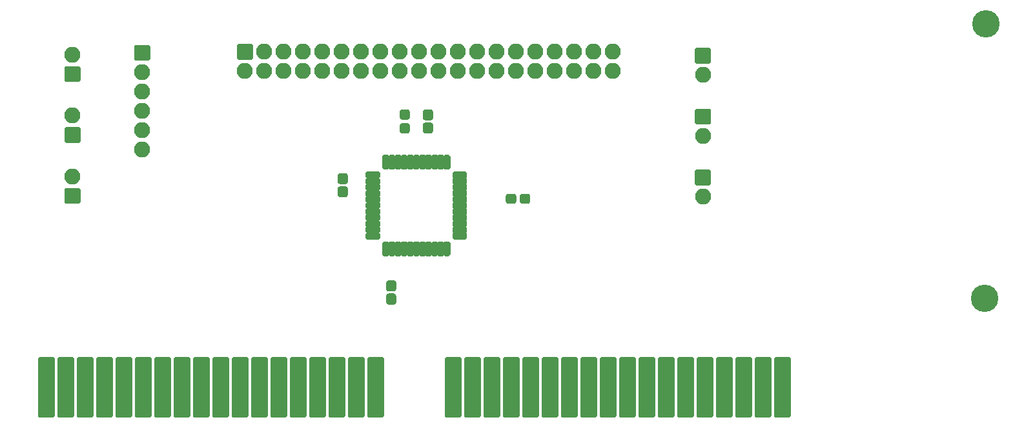
<source format=gbr>
G04 #@! TF.GenerationSoftware,KiCad,Pcbnew,5.1.9-73d0e3b20d~88~ubuntu20.10.1*
G04 #@! TF.CreationDate,2021-04-12T20:34:23+01:00*
G04 #@! TF.ProjectId,videoslotadapter,76696465-6f73-46c6-9f74-616461707465,rev?*
G04 #@! TF.SameCoordinates,Original*
G04 #@! TF.FileFunction,Soldermask,Top*
G04 #@! TF.FilePolarity,Negative*
%FSLAX46Y46*%
G04 Gerber Fmt 4.6, Leading zero omitted, Abs format (unit mm)*
G04 Created by KiCad (PCBNEW 5.1.9-73d0e3b20d~88~ubuntu20.10.1) date 2021-04-12 20:34:23*
%MOMM*%
%LPD*%
G01*
G04 APERTURE LIST*
%ADD10O,2.100000X2.100000*%
%ADD11C,3.600000*%
G04 APERTURE END LIST*
D10*
X199136000Y-79248000D03*
G36*
G01*
X198086000Y-77558000D02*
X198086000Y-75858000D01*
G75*
G02*
X198286000Y-75658000I200000J0D01*
G01*
X199986000Y-75658000D01*
G75*
G02*
X200186000Y-75858000I0J-200000D01*
G01*
X200186000Y-77558000D01*
G75*
G02*
X199986000Y-77758000I-200000J0D01*
G01*
X198286000Y-77758000D01*
G75*
G02*
X198086000Y-77558000I0J200000D01*
G01*
G37*
X116459000Y-76581000D03*
G36*
G01*
X117509000Y-78271000D02*
X117509000Y-79971000D01*
G75*
G02*
X117309000Y-80171000I-200000J0D01*
G01*
X115609000Y-80171000D01*
G75*
G02*
X115409000Y-79971000I0J200000D01*
G01*
X115409000Y-78271000D01*
G75*
G02*
X115609000Y-78071000I200000J0D01*
G01*
X117309000Y-78071000D01*
G75*
G02*
X117509000Y-78271000I0J-200000D01*
G01*
G37*
X199136000Y-87249000D03*
G36*
G01*
X198086000Y-85559000D02*
X198086000Y-83859000D01*
G75*
G02*
X198286000Y-83659000I200000J0D01*
G01*
X199986000Y-83659000D01*
G75*
G02*
X200186000Y-83859000I0J-200000D01*
G01*
X200186000Y-85559000D01*
G75*
G02*
X199986000Y-85759000I-200000J0D01*
G01*
X198286000Y-85759000D01*
G75*
G02*
X198086000Y-85559000I0J200000D01*
G01*
G37*
X116459000Y-84582000D03*
G36*
G01*
X117509000Y-86272000D02*
X117509000Y-87972000D01*
G75*
G02*
X117309000Y-88172000I-200000J0D01*
G01*
X115609000Y-88172000D01*
G75*
G02*
X115409000Y-87972000I0J200000D01*
G01*
X115409000Y-86272000D01*
G75*
G02*
X115609000Y-86072000I200000J0D01*
G01*
X117309000Y-86072000D01*
G75*
G02*
X117509000Y-86272000I0J-200000D01*
G01*
G37*
X125603000Y-81026000D03*
X125603000Y-78486000D03*
X125603000Y-75946000D03*
X125603000Y-73406000D03*
X125603000Y-70866000D03*
G36*
G01*
X124553000Y-69176000D02*
X124553000Y-67476000D01*
G75*
G02*
X124753000Y-67276000I200000J0D01*
G01*
X126453000Y-67276000D01*
G75*
G02*
X126653000Y-67476000I0J-200000D01*
G01*
X126653000Y-69176000D01*
G75*
G02*
X126453000Y-69376000I-200000J0D01*
G01*
X124753000Y-69376000D01*
G75*
G02*
X124553000Y-69176000I0J200000D01*
G01*
G37*
G36*
G01*
X152229500Y-85600000D02*
X151554500Y-85600000D01*
G75*
G02*
X151217000Y-85262500I0J337500D01*
G01*
X151217000Y-84462500D01*
G75*
G02*
X151554500Y-84125000I337500J0D01*
G01*
X152229500Y-84125000D01*
G75*
G02*
X152567000Y-84462500I0J-337500D01*
G01*
X152567000Y-85262500D01*
G75*
G02*
X152229500Y-85600000I-337500J0D01*
G01*
G37*
G36*
G01*
X152229500Y-87325000D02*
X151554500Y-87325000D01*
G75*
G02*
X151217000Y-86987500I0J337500D01*
G01*
X151217000Y-86187500D01*
G75*
G02*
X151554500Y-85850000I337500J0D01*
G01*
X152229500Y-85850000D01*
G75*
G02*
X152567000Y-86187500I0J-337500D01*
G01*
X152567000Y-86987500D01*
G75*
G02*
X152229500Y-87325000I-337500J0D01*
G01*
G37*
G36*
G01*
X165269000Y-93142000D02*
X165819000Y-93142000D01*
G75*
G02*
X166019000Y-93342000I0J-200000D01*
G01*
X166019000Y-94842000D01*
G75*
G02*
X165819000Y-95042000I-200000J0D01*
G01*
X165269000Y-95042000D01*
G75*
G02*
X165069000Y-94842000I0J200000D01*
G01*
X165069000Y-93342000D01*
G75*
G02*
X165269000Y-93142000I200000J0D01*
G01*
G37*
G36*
G01*
X164469000Y-93142000D02*
X165019000Y-93142000D01*
G75*
G02*
X165219000Y-93342000I0J-200000D01*
G01*
X165219000Y-94842000D01*
G75*
G02*
X165019000Y-95042000I-200000J0D01*
G01*
X164469000Y-95042000D01*
G75*
G02*
X164269000Y-94842000I0J200000D01*
G01*
X164269000Y-93342000D01*
G75*
G02*
X164469000Y-93142000I200000J0D01*
G01*
G37*
G36*
G01*
X163669000Y-93142000D02*
X164219000Y-93142000D01*
G75*
G02*
X164419000Y-93342000I0J-200000D01*
G01*
X164419000Y-94842000D01*
G75*
G02*
X164219000Y-95042000I-200000J0D01*
G01*
X163669000Y-95042000D01*
G75*
G02*
X163469000Y-94842000I0J200000D01*
G01*
X163469000Y-93342000D01*
G75*
G02*
X163669000Y-93142000I200000J0D01*
G01*
G37*
G36*
G01*
X162869000Y-93142000D02*
X163419000Y-93142000D01*
G75*
G02*
X163619000Y-93342000I0J-200000D01*
G01*
X163619000Y-94842000D01*
G75*
G02*
X163419000Y-95042000I-200000J0D01*
G01*
X162869000Y-95042000D01*
G75*
G02*
X162669000Y-94842000I0J200000D01*
G01*
X162669000Y-93342000D01*
G75*
G02*
X162869000Y-93142000I200000J0D01*
G01*
G37*
G36*
G01*
X162069000Y-93142000D02*
X162619000Y-93142000D01*
G75*
G02*
X162819000Y-93342000I0J-200000D01*
G01*
X162819000Y-94842000D01*
G75*
G02*
X162619000Y-95042000I-200000J0D01*
G01*
X162069000Y-95042000D01*
G75*
G02*
X161869000Y-94842000I0J200000D01*
G01*
X161869000Y-93342000D01*
G75*
G02*
X162069000Y-93142000I200000J0D01*
G01*
G37*
G36*
G01*
X161269000Y-93142000D02*
X161819000Y-93142000D01*
G75*
G02*
X162019000Y-93342000I0J-200000D01*
G01*
X162019000Y-94842000D01*
G75*
G02*
X161819000Y-95042000I-200000J0D01*
G01*
X161269000Y-95042000D01*
G75*
G02*
X161069000Y-94842000I0J200000D01*
G01*
X161069000Y-93342000D01*
G75*
G02*
X161269000Y-93142000I200000J0D01*
G01*
G37*
G36*
G01*
X160469000Y-93142000D02*
X161019000Y-93142000D01*
G75*
G02*
X161219000Y-93342000I0J-200000D01*
G01*
X161219000Y-94842000D01*
G75*
G02*
X161019000Y-95042000I-200000J0D01*
G01*
X160469000Y-95042000D01*
G75*
G02*
X160269000Y-94842000I0J200000D01*
G01*
X160269000Y-93342000D01*
G75*
G02*
X160469000Y-93142000I200000J0D01*
G01*
G37*
G36*
G01*
X159669000Y-93142000D02*
X160219000Y-93142000D01*
G75*
G02*
X160419000Y-93342000I0J-200000D01*
G01*
X160419000Y-94842000D01*
G75*
G02*
X160219000Y-95042000I-200000J0D01*
G01*
X159669000Y-95042000D01*
G75*
G02*
X159469000Y-94842000I0J200000D01*
G01*
X159469000Y-93342000D01*
G75*
G02*
X159669000Y-93142000I200000J0D01*
G01*
G37*
G36*
G01*
X158869000Y-93142000D02*
X159419000Y-93142000D01*
G75*
G02*
X159619000Y-93342000I0J-200000D01*
G01*
X159619000Y-94842000D01*
G75*
G02*
X159419000Y-95042000I-200000J0D01*
G01*
X158869000Y-95042000D01*
G75*
G02*
X158669000Y-94842000I0J200000D01*
G01*
X158669000Y-93342000D01*
G75*
G02*
X158869000Y-93142000I200000J0D01*
G01*
G37*
G36*
G01*
X158069000Y-93142000D02*
X158619000Y-93142000D01*
G75*
G02*
X158819000Y-93342000I0J-200000D01*
G01*
X158819000Y-94842000D01*
G75*
G02*
X158619000Y-95042000I-200000J0D01*
G01*
X158069000Y-95042000D01*
G75*
G02*
X157869000Y-94842000I0J200000D01*
G01*
X157869000Y-93342000D01*
G75*
G02*
X158069000Y-93142000I200000J0D01*
G01*
G37*
G36*
G01*
X157269000Y-93142000D02*
X157819000Y-93142000D01*
G75*
G02*
X158019000Y-93342000I0J-200000D01*
G01*
X158019000Y-94842000D01*
G75*
G02*
X157819000Y-95042000I-200000J0D01*
G01*
X157269000Y-95042000D01*
G75*
G02*
X157069000Y-94842000I0J200000D01*
G01*
X157069000Y-93342000D01*
G75*
G02*
X157269000Y-93142000I200000J0D01*
G01*
G37*
G36*
G01*
X156794000Y-92117000D02*
X156794000Y-92667000D01*
G75*
G02*
X156594000Y-92867000I-200000J0D01*
G01*
X155094000Y-92867000D01*
G75*
G02*
X154894000Y-92667000I0J200000D01*
G01*
X154894000Y-92117000D01*
G75*
G02*
X155094000Y-91917000I200000J0D01*
G01*
X156594000Y-91917000D01*
G75*
G02*
X156794000Y-92117000I0J-200000D01*
G01*
G37*
G36*
G01*
X156794000Y-91317000D02*
X156794000Y-91867000D01*
G75*
G02*
X156594000Y-92067000I-200000J0D01*
G01*
X155094000Y-92067000D01*
G75*
G02*
X154894000Y-91867000I0J200000D01*
G01*
X154894000Y-91317000D01*
G75*
G02*
X155094000Y-91117000I200000J0D01*
G01*
X156594000Y-91117000D01*
G75*
G02*
X156794000Y-91317000I0J-200000D01*
G01*
G37*
G36*
G01*
X156794000Y-90517000D02*
X156794000Y-91067000D01*
G75*
G02*
X156594000Y-91267000I-200000J0D01*
G01*
X155094000Y-91267000D01*
G75*
G02*
X154894000Y-91067000I0J200000D01*
G01*
X154894000Y-90517000D01*
G75*
G02*
X155094000Y-90317000I200000J0D01*
G01*
X156594000Y-90317000D01*
G75*
G02*
X156794000Y-90517000I0J-200000D01*
G01*
G37*
G36*
G01*
X156794000Y-89717000D02*
X156794000Y-90267000D01*
G75*
G02*
X156594000Y-90467000I-200000J0D01*
G01*
X155094000Y-90467000D01*
G75*
G02*
X154894000Y-90267000I0J200000D01*
G01*
X154894000Y-89717000D01*
G75*
G02*
X155094000Y-89517000I200000J0D01*
G01*
X156594000Y-89517000D01*
G75*
G02*
X156794000Y-89717000I0J-200000D01*
G01*
G37*
G36*
G01*
X156794000Y-88917000D02*
X156794000Y-89467000D01*
G75*
G02*
X156594000Y-89667000I-200000J0D01*
G01*
X155094000Y-89667000D01*
G75*
G02*
X154894000Y-89467000I0J200000D01*
G01*
X154894000Y-88917000D01*
G75*
G02*
X155094000Y-88717000I200000J0D01*
G01*
X156594000Y-88717000D01*
G75*
G02*
X156794000Y-88917000I0J-200000D01*
G01*
G37*
G36*
G01*
X156794000Y-88117000D02*
X156794000Y-88667000D01*
G75*
G02*
X156594000Y-88867000I-200000J0D01*
G01*
X155094000Y-88867000D01*
G75*
G02*
X154894000Y-88667000I0J200000D01*
G01*
X154894000Y-88117000D01*
G75*
G02*
X155094000Y-87917000I200000J0D01*
G01*
X156594000Y-87917000D01*
G75*
G02*
X156794000Y-88117000I0J-200000D01*
G01*
G37*
G36*
G01*
X156794000Y-87317000D02*
X156794000Y-87867000D01*
G75*
G02*
X156594000Y-88067000I-200000J0D01*
G01*
X155094000Y-88067000D01*
G75*
G02*
X154894000Y-87867000I0J200000D01*
G01*
X154894000Y-87317000D01*
G75*
G02*
X155094000Y-87117000I200000J0D01*
G01*
X156594000Y-87117000D01*
G75*
G02*
X156794000Y-87317000I0J-200000D01*
G01*
G37*
G36*
G01*
X156794000Y-86517000D02*
X156794000Y-87067000D01*
G75*
G02*
X156594000Y-87267000I-200000J0D01*
G01*
X155094000Y-87267000D01*
G75*
G02*
X154894000Y-87067000I0J200000D01*
G01*
X154894000Y-86517000D01*
G75*
G02*
X155094000Y-86317000I200000J0D01*
G01*
X156594000Y-86317000D01*
G75*
G02*
X156794000Y-86517000I0J-200000D01*
G01*
G37*
G36*
G01*
X156794000Y-85717000D02*
X156794000Y-86267000D01*
G75*
G02*
X156594000Y-86467000I-200000J0D01*
G01*
X155094000Y-86467000D01*
G75*
G02*
X154894000Y-86267000I0J200000D01*
G01*
X154894000Y-85717000D01*
G75*
G02*
X155094000Y-85517000I200000J0D01*
G01*
X156594000Y-85517000D01*
G75*
G02*
X156794000Y-85717000I0J-200000D01*
G01*
G37*
G36*
G01*
X156794000Y-84917000D02*
X156794000Y-85467000D01*
G75*
G02*
X156594000Y-85667000I-200000J0D01*
G01*
X155094000Y-85667000D01*
G75*
G02*
X154894000Y-85467000I0J200000D01*
G01*
X154894000Y-84917000D01*
G75*
G02*
X155094000Y-84717000I200000J0D01*
G01*
X156594000Y-84717000D01*
G75*
G02*
X156794000Y-84917000I0J-200000D01*
G01*
G37*
G36*
G01*
X156794000Y-84117000D02*
X156794000Y-84667000D01*
G75*
G02*
X156594000Y-84867000I-200000J0D01*
G01*
X155094000Y-84867000D01*
G75*
G02*
X154894000Y-84667000I0J200000D01*
G01*
X154894000Y-84117000D01*
G75*
G02*
X155094000Y-83917000I200000J0D01*
G01*
X156594000Y-83917000D01*
G75*
G02*
X156794000Y-84117000I0J-200000D01*
G01*
G37*
G36*
G01*
X157269000Y-81742000D02*
X157819000Y-81742000D01*
G75*
G02*
X158019000Y-81942000I0J-200000D01*
G01*
X158019000Y-83442000D01*
G75*
G02*
X157819000Y-83642000I-200000J0D01*
G01*
X157269000Y-83642000D01*
G75*
G02*
X157069000Y-83442000I0J200000D01*
G01*
X157069000Y-81942000D01*
G75*
G02*
X157269000Y-81742000I200000J0D01*
G01*
G37*
G36*
G01*
X158069000Y-81742000D02*
X158619000Y-81742000D01*
G75*
G02*
X158819000Y-81942000I0J-200000D01*
G01*
X158819000Y-83442000D01*
G75*
G02*
X158619000Y-83642000I-200000J0D01*
G01*
X158069000Y-83642000D01*
G75*
G02*
X157869000Y-83442000I0J200000D01*
G01*
X157869000Y-81942000D01*
G75*
G02*
X158069000Y-81742000I200000J0D01*
G01*
G37*
G36*
G01*
X158869000Y-81742000D02*
X159419000Y-81742000D01*
G75*
G02*
X159619000Y-81942000I0J-200000D01*
G01*
X159619000Y-83442000D01*
G75*
G02*
X159419000Y-83642000I-200000J0D01*
G01*
X158869000Y-83642000D01*
G75*
G02*
X158669000Y-83442000I0J200000D01*
G01*
X158669000Y-81942000D01*
G75*
G02*
X158869000Y-81742000I200000J0D01*
G01*
G37*
G36*
G01*
X159669000Y-81742000D02*
X160219000Y-81742000D01*
G75*
G02*
X160419000Y-81942000I0J-200000D01*
G01*
X160419000Y-83442000D01*
G75*
G02*
X160219000Y-83642000I-200000J0D01*
G01*
X159669000Y-83642000D01*
G75*
G02*
X159469000Y-83442000I0J200000D01*
G01*
X159469000Y-81942000D01*
G75*
G02*
X159669000Y-81742000I200000J0D01*
G01*
G37*
G36*
G01*
X160469000Y-81742000D02*
X161019000Y-81742000D01*
G75*
G02*
X161219000Y-81942000I0J-200000D01*
G01*
X161219000Y-83442000D01*
G75*
G02*
X161019000Y-83642000I-200000J0D01*
G01*
X160469000Y-83642000D01*
G75*
G02*
X160269000Y-83442000I0J200000D01*
G01*
X160269000Y-81942000D01*
G75*
G02*
X160469000Y-81742000I200000J0D01*
G01*
G37*
G36*
G01*
X161269000Y-81742000D02*
X161819000Y-81742000D01*
G75*
G02*
X162019000Y-81942000I0J-200000D01*
G01*
X162019000Y-83442000D01*
G75*
G02*
X161819000Y-83642000I-200000J0D01*
G01*
X161269000Y-83642000D01*
G75*
G02*
X161069000Y-83442000I0J200000D01*
G01*
X161069000Y-81942000D01*
G75*
G02*
X161269000Y-81742000I200000J0D01*
G01*
G37*
G36*
G01*
X162069000Y-81742000D02*
X162619000Y-81742000D01*
G75*
G02*
X162819000Y-81942000I0J-200000D01*
G01*
X162819000Y-83442000D01*
G75*
G02*
X162619000Y-83642000I-200000J0D01*
G01*
X162069000Y-83642000D01*
G75*
G02*
X161869000Y-83442000I0J200000D01*
G01*
X161869000Y-81942000D01*
G75*
G02*
X162069000Y-81742000I200000J0D01*
G01*
G37*
G36*
G01*
X162869000Y-81742000D02*
X163419000Y-81742000D01*
G75*
G02*
X163619000Y-81942000I0J-200000D01*
G01*
X163619000Y-83442000D01*
G75*
G02*
X163419000Y-83642000I-200000J0D01*
G01*
X162869000Y-83642000D01*
G75*
G02*
X162669000Y-83442000I0J200000D01*
G01*
X162669000Y-81942000D01*
G75*
G02*
X162869000Y-81742000I200000J0D01*
G01*
G37*
G36*
G01*
X163669000Y-81742000D02*
X164219000Y-81742000D01*
G75*
G02*
X164419000Y-81942000I0J-200000D01*
G01*
X164419000Y-83442000D01*
G75*
G02*
X164219000Y-83642000I-200000J0D01*
G01*
X163669000Y-83642000D01*
G75*
G02*
X163469000Y-83442000I0J200000D01*
G01*
X163469000Y-81942000D01*
G75*
G02*
X163669000Y-81742000I200000J0D01*
G01*
G37*
G36*
G01*
X164469000Y-81742000D02*
X165019000Y-81742000D01*
G75*
G02*
X165219000Y-81942000I0J-200000D01*
G01*
X165219000Y-83442000D01*
G75*
G02*
X165019000Y-83642000I-200000J0D01*
G01*
X164469000Y-83642000D01*
G75*
G02*
X164269000Y-83442000I0J200000D01*
G01*
X164269000Y-81942000D01*
G75*
G02*
X164469000Y-81742000I200000J0D01*
G01*
G37*
G36*
G01*
X165269000Y-81742000D02*
X165819000Y-81742000D01*
G75*
G02*
X166019000Y-81942000I0J-200000D01*
G01*
X166019000Y-83442000D01*
G75*
G02*
X165819000Y-83642000I-200000J0D01*
G01*
X165269000Y-83642000D01*
G75*
G02*
X165069000Y-83442000I0J200000D01*
G01*
X165069000Y-81942000D01*
G75*
G02*
X165269000Y-81742000I200000J0D01*
G01*
G37*
G36*
G01*
X168194000Y-84117000D02*
X168194000Y-84667000D01*
G75*
G02*
X167994000Y-84867000I-200000J0D01*
G01*
X166494000Y-84867000D01*
G75*
G02*
X166294000Y-84667000I0J200000D01*
G01*
X166294000Y-84117000D01*
G75*
G02*
X166494000Y-83917000I200000J0D01*
G01*
X167994000Y-83917000D01*
G75*
G02*
X168194000Y-84117000I0J-200000D01*
G01*
G37*
G36*
G01*
X168194000Y-84917000D02*
X168194000Y-85467000D01*
G75*
G02*
X167994000Y-85667000I-200000J0D01*
G01*
X166494000Y-85667000D01*
G75*
G02*
X166294000Y-85467000I0J200000D01*
G01*
X166294000Y-84917000D01*
G75*
G02*
X166494000Y-84717000I200000J0D01*
G01*
X167994000Y-84717000D01*
G75*
G02*
X168194000Y-84917000I0J-200000D01*
G01*
G37*
G36*
G01*
X168194000Y-85717000D02*
X168194000Y-86267000D01*
G75*
G02*
X167994000Y-86467000I-200000J0D01*
G01*
X166494000Y-86467000D01*
G75*
G02*
X166294000Y-86267000I0J200000D01*
G01*
X166294000Y-85717000D01*
G75*
G02*
X166494000Y-85517000I200000J0D01*
G01*
X167994000Y-85517000D01*
G75*
G02*
X168194000Y-85717000I0J-200000D01*
G01*
G37*
G36*
G01*
X168194000Y-86517000D02*
X168194000Y-87067000D01*
G75*
G02*
X167994000Y-87267000I-200000J0D01*
G01*
X166494000Y-87267000D01*
G75*
G02*
X166294000Y-87067000I0J200000D01*
G01*
X166294000Y-86517000D01*
G75*
G02*
X166494000Y-86317000I200000J0D01*
G01*
X167994000Y-86317000D01*
G75*
G02*
X168194000Y-86517000I0J-200000D01*
G01*
G37*
G36*
G01*
X168194000Y-87317000D02*
X168194000Y-87867000D01*
G75*
G02*
X167994000Y-88067000I-200000J0D01*
G01*
X166494000Y-88067000D01*
G75*
G02*
X166294000Y-87867000I0J200000D01*
G01*
X166294000Y-87317000D01*
G75*
G02*
X166494000Y-87117000I200000J0D01*
G01*
X167994000Y-87117000D01*
G75*
G02*
X168194000Y-87317000I0J-200000D01*
G01*
G37*
G36*
G01*
X168194000Y-88117000D02*
X168194000Y-88667000D01*
G75*
G02*
X167994000Y-88867000I-200000J0D01*
G01*
X166494000Y-88867000D01*
G75*
G02*
X166294000Y-88667000I0J200000D01*
G01*
X166294000Y-88117000D01*
G75*
G02*
X166494000Y-87917000I200000J0D01*
G01*
X167994000Y-87917000D01*
G75*
G02*
X168194000Y-88117000I0J-200000D01*
G01*
G37*
G36*
G01*
X168194000Y-88917000D02*
X168194000Y-89467000D01*
G75*
G02*
X167994000Y-89667000I-200000J0D01*
G01*
X166494000Y-89667000D01*
G75*
G02*
X166294000Y-89467000I0J200000D01*
G01*
X166294000Y-88917000D01*
G75*
G02*
X166494000Y-88717000I200000J0D01*
G01*
X167994000Y-88717000D01*
G75*
G02*
X168194000Y-88917000I0J-200000D01*
G01*
G37*
G36*
G01*
X168194000Y-89717000D02*
X168194000Y-90267000D01*
G75*
G02*
X167994000Y-90467000I-200000J0D01*
G01*
X166494000Y-90467000D01*
G75*
G02*
X166294000Y-90267000I0J200000D01*
G01*
X166294000Y-89717000D01*
G75*
G02*
X166494000Y-89517000I200000J0D01*
G01*
X167994000Y-89517000D01*
G75*
G02*
X168194000Y-89717000I0J-200000D01*
G01*
G37*
G36*
G01*
X168194000Y-90517000D02*
X168194000Y-91067000D01*
G75*
G02*
X167994000Y-91267000I-200000J0D01*
G01*
X166494000Y-91267000D01*
G75*
G02*
X166294000Y-91067000I0J200000D01*
G01*
X166294000Y-90517000D01*
G75*
G02*
X166494000Y-90317000I200000J0D01*
G01*
X167994000Y-90317000D01*
G75*
G02*
X168194000Y-90517000I0J-200000D01*
G01*
G37*
G36*
G01*
X168194000Y-91317000D02*
X168194000Y-91867000D01*
G75*
G02*
X167994000Y-92067000I-200000J0D01*
G01*
X166494000Y-92067000D01*
G75*
G02*
X166294000Y-91867000I0J200000D01*
G01*
X166294000Y-91317000D01*
G75*
G02*
X166494000Y-91117000I200000J0D01*
G01*
X167994000Y-91117000D01*
G75*
G02*
X168194000Y-91317000I0J-200000D01*
G01*
G37*
G36*
G01*
X168194000Y-92117000D02*
X168194000Y-92667000D01*
G75*
G02*
X167994000Y-92867000I-200000J0D01*
G01*
X166494000Y-92867000D01*
G75*
G02*
X166294000Y-92667000I0J200000D01*
G01*
X166294000Y-92117000D01*
G75*
G02*
X166494000Y-91917000I200000J0D01*
G01*
X167994000Y-91917000D01*
G75*
G02*
X168194000Y-92117000I0J-200000D01*
G01*
G37*
G36*
G01*
X160357500Y-77118000D02*
X159682500Y-77118000D01*
G75*
G02*
X159345000Y-76780500I0J337500D01*
G01*
X159345000Y-76080500D01*
G75*
G02*
X159682500Y-75743000I337500J0D01*
G01*
X160357500Y-75743000D01*
G75*
G02*
X160695000Y-76080500I0J-337500D01*
G01*
X160695000Y-76780500D01*
G75*
G02*
X160357500Y-77118000I-337500J0D01*
G01*
G37*
G36*
G01*
X160357500Y-78943000D02*
X159682500Y-78943000D01*
G75*
G02*
X159345000Y-78605500I0J337500D01*
G01*
X159345000Y-77905500D01*
G75*
G02*
X159682500Y-77568000I337500J0D01*
G01*
X160357500Y-77568000D01*
G75*
G02*
X160695000Y-77905500I0J-337500D01*
G01*
X160695000Y-78605500D01*
G75*
G02*
X160357500Y-78943000I-337500J0D01*
G01*
G37*
G36*
G01*
X175104000Y-87840500D02*
X175104000Y-87165500D01*
G75*
G02*
X175441500Y-86828000I337500J0D01*
G01*
X176141500Y-86828000D01*
G75*
G02*
X176479000Y-87165500I0J-337500D01*
G01*
X176479000Y-87840500D01*
G75*
G02*
X176141500Y-88178000I-337500J0D01*
G01*
X175441500Y-88178000D01*
G75*
G02*
X175104000Y-87840500I0J337500D01*
G01*
G37*
G36*
G01*
X173279000Y-87840500D02*
X173279000Y-87165500D01*
G75*
G02*
X173616500Y-86828000I337500J0D01*
G01*
X174316500Y-86828000D01*
G75*
G02*
X174654000Y-87165500I0J-337500D01*
G01*
X174654000Y-87840500D01*
G75*
G02*
X174316500Y-88178000I-337500J0D01*
G01*
X173616500Y-88178000D01*
G75*
G02*
X173279000Y-87840500I0J337500D01*
G01*
G37*
X187325000Y-70739000D03*
X187325000Y-68199000D03*
X184785000Y-70739000D03*
X184785000Y-68199000D03*
X182245000Y-70739000D03*
X182245000Y-68199000D03*
X179705000Y-70739000D03*
X179705000Y-68199000D03*
X177165000Y-70739000D03*
X177165000Y-68199000D03*
X174625000Y-70739000D03*
X174625000Y-68199000D03*
X172085000Y-70739000D03*
X172085000Y-68199000D03*
X169545000Y-70739000D03*
X169545000Y-68199000D03*
X167005000Y-70739000D03*
X167005000Y-68199000D03*
X164465000Y-70739000D03*
X164465000Y-68199000D03*
X161925000Y-70739000D03*
X161925000Y-68199000D03*
X159385000Y-70739000D03*
X159385000Y-68199000D03*
X156845000Y-70739000D03*
X156845000Y-68199000D03*
X154305000Y-70739000D03*
X154305000Y-68199000D03*
X151765000Y-70739000D03*
X151765000Y-68199000D03*
X149225000Y-70739000D03*
X149225000Y-68199000D03*
X146685000Y-70739000D03*
X146685000Y-68199000D03*
X144145000Y-70739000D03*
X144145000Y-68199000D03*
X141605000Y-70739000D03*
X141605000Y-68199000D03*
X139065000Y-70739000D03*
G36*
G01*
X139915000Y-69249000D02*
X138215000Y-69249000D01*
G75*
G02*
X138015000Y-69049000I0J200000D01*
G01*
X138015000Y-67349000D01*
G75*
G02*
X138215000Y-67149000I200000J0D01*
G01*
X139915000Y-67149000D01*
G75*
G02*
X140115000Y-67349000I0J-200000D01*
G01*
X140115000Y-69049000D01*
G75*
G02*
X139915000Y-69249000I-200000J0D01*
G01*
G37*
D11*
X236093000Y-100584000D03*
X236220000Y-64516000D03*
G36*
G01*
X163405500Y-77218000D02*
X162730500Y-77218000D01*
G75*
G02*
X162393000Y-76880500I0J337500D01*
G01*
X162393000Y-76080500D01*
G75*
G02*
X162730500Y-75743000I337500J0D01*
G01*
X163405500Y-75743000D01*
G75*
G02*
X163743000Y-76080500I0J-337500D01*
G01*
X163743000Y-76880500D01*
G75*
G02*
X163405500Y-77218000I-337500J0D01*
G01*
G37*
G36*
G01*
X163405500Y-78943000D02*
X162730500Y-78943000D01*
G75*
G02*
X162393000Y-78605500I0J337500D01*
G01*
X162393000Y-77805500D01*
G75*
G02*
X162730500Y-77468000I337500J0D01*
G01*
X163405500Y-77468000D01*
G75*
G02*
X163743000Y-77805500I0J-337500D01*
G01*
X163743000Y-78605500D01*
G75*
G02*
X163405500Y-78943000I-337500J0D01*
G01*
G37*
G36*
G01*
X157904500Y-99947000D02*
X158579500Y-99947000D01*
G75*
G02*
X158917000Y-100284500I0J-337500D01*
G01*
X158917000Y-101084500D01*
G75*
G02*
X158579500Y-101422000I-337500J0D01*
G01*
X157904500Y-101422000D01*
G75*
G02*
X157567000Y-101084500I0J337500D01*
G01*
X157567000Y-100284500D01*
G75*
G02*
X157904500Y-99947000I337500J0D01*
G01*
G37*
G36*
G01*
X157904500Y-98222000D02*
X158579500Y-98222000D01*
G75*
G02*
X158917000Y-98559500I0J-337500D01*
G01*
X158917000Y-99359500D01*
G75*
G02*
X158579500Y-99697000I-337500J0D01*
G01*
X157904500Y-99697000D01*
G75*
G02*
X157567000Y-99359500I0J337500D01*
G01*
X157567000Y-98559500D01*
G75*
G02*
X157904500Y-98222000I337500J0D01*
G01*
G37*
G36*
G01*
X208464000Y-116082000D02*
X208464000Y-108462000D01*
G75*
G02*
X208664000Y-108262000I200000J0D01*
G01*
X210444000Y-108262000D01*
G75*
G02*
X210644000Y-108462000I0J-200000D01*
G01*
X210644000Y-116082000D01*
G75*
G02*
X210444000Y-116282000I-200000J0D01*
G01*
X208664000Y-116282000D01*
G75*
G02*
X208464000Y-116082000I0J200000D01*
G01*
G37*
G36*
G01*
X205924000Y-116082000D02*
X205924000Y-108462000D01*
G75*
G02*
X206124000Y-108262000I200000J0D01*
G01*
X207904000Y-108262000D01*
G75*
G02*
X208104000Y-108462000I0J-200000D01*
G01*
X208104000Y-116082000D01*
G75*
G02*
X207904000Y-116282000I-200000J0D01*
G01*
X206124000Y-116282000D01*
G75*
G02*
X205924000Y-116082000I0J200000D01*
G01*
G37*
G36*
G01*
X203384000Y-116082000D02*
X203384000Y-108462000D01*
G75*
G02*
X203584000Y-108262000I200000J0D01*
G01*
X205364000Y-108262000D01*
G75*
G02*
X205564000Y-108462000I0J-200000D01*
G01*
X205564000Y-116082000D01*
G75*
G02*
X205364000Y-116282000I-200000J0D01*
G01*
X203584000Y-116282000D01*
G75*
G02*
X203384000Y-116082000I0J200000D01*
G01*
G37*
G36*
G01*
X200844000Y-116082000D02*
X200844000Y-108462000D01*
G75*
G02*
X201044000Y-108262000I200000J0D01*
G01*
X202824000Y-108262000D01*
G75*
G02*
X203024000Y-108462000I0J-200000D01*
G01*
X203024000Y-116082000D01*
G75*
G02*
X202824000Y-116282000I-200000J0D01*
G01*
X201044000Y-116282000D01*
G75*
G02*
X200844000Y-116082000I0J200000D01*
G01*
G37*
G36*
G01*
X198304000Y-116082000D02*
X198304000Y-108462000D01*
G75*
G02*
X198504000Y-108262000I200000J0D01*
G01*
X200284000Y-108262000D01*
G75*
G02*
X200484000Y-108462000I0J-200000D01*
G01*
X200484000Y-116082000D01*
G75*
G02*
X200284000Y-116282000I-200000J0D01*
G01*
X198504000Y-116282000D01*
G75*
G02*
X198304000Y-116082000I0J200000D01*
G01*
G37*
G36*
G01*
X195764000Y-116082000D02*
X195764000Y-108462000D01*
G75*
G02*
X195964000Y-108262000I200000J0D01*
G01*
X197744000Y-108262000D01*
G75*
G02*
X197944000Y-108462000I0J-200000D01*
G01*
X197944000Y-116082000D01*
G75*
G02*
X197744000Y-116282000I-200000J0D01*
G01*
X195964000Y-116282000D01*
G75*
G02*
X195764000Y-116082000I0J200000D01*
G01*
G37*
G36*
G01*
X193224000Y-116082000D02*
X193224000Y-108462000D01*
G75*
G02*
X193424000Y-108262000I200000J0D01*
G01*
X195204000Y-108262000D01*
G75*
G02*
X195404000Y-108462000I0J-200000D01*
G01*
X195404000Y-116082000D01*
G75*
G02*
X195204000Y-116282000I-200000J0D01*
G01*
X193424000Y-116282000D01*
G75*
G02*
X193224000Y-116082000I0J200000D01*
G01*
G37*
G36*
G01*
X190684000Y-116082000D02*
X190684000Y-108462000D01*
G75*
G02*
X190884000Y-108262000I200000J0D01*
G01*
X192664000Y-108262000D01*
G75*
G02*
X192864000Y-108462000I0J-200000D01*
G01*
X192864000Y-116082000D01*
G75*
G02*
X192664000Y-116282000I-200000J0D01*
G01*
X190884000Y-116282000D01*
G75*
G02*
X190684000Y-116082000I0J200000D01*
G01*
G37*
G36*
G01*
X188144000Y-116082000D02*
X188144000Y-108462000D01*
G75*
G02*
X188344000Y-108262000I200000J0D01*
G01*
X190124000Y-108262000D01*
G75*
G02*
X190324000Y-108462000I0J-200000D01*
G01*
X190324000Y-116082000D01*
G75*
G02*
X190124000Y-116282000I-200000J0D01*
G01*
X188344000Y-116282000D01*
G75*
G02*
X188144000Y-116082000I0J200000D01*
G01*
G37*
G36*
G01*
X185604000Y-116082000D02*
X185604000Y-108462000D01*
G75*
G02*
X185804000Y-108262000I200000J0D01*
G01*
X187584000Y-108262000D01*
G75*
G02*
X187784000Y-108462000I0J-200000D01*
G01*
X187784000Y-116082000D01*
G75*
G02*
X187584000Y-116282000I-200000J0D01*
G01*
X185804000Y-116282000D01*
G75*
G02*
X185604000Y-116082000I0J200000D01*
G01*
G37*
G36*
G01*
X183064000Y-116082000D02*
X183064000Y-108462000D01*
G75*
G02*
X183264000Y-108262000I200000J0D01*
G01*
X185044000Y-108262000D01*
G75*
G02*
X185244000Y-108462000I0J-200000D01*
G01*
X185244000Y-116082000D01*
G75*
G02*
X185044000Y-116282000I-200000J0D01*
G01*
X183264000Y-116282000D01*
G75*
G02*
X183064000Y-116082000I0J200000D01*
G01*
G37*
G36*
G01*
X180524000Y-116082000D02*
X180524000Y-108462000D01*
G75*
G02*
X180724000Y-108262000I200000J0D01*
G01*
X182504000Y-108262000D01*
G75*
G02*
X182704000Y-108462000I0J-200000D01*
G01*
X182704000Y-116082000D01*
G75*
G02*
X182504000Y-116282000I-200000J0D01*
G01*
X180724000Y-116282000D01*
G75*
G02*
X180524000Y-116082000I0J200000D01*
G01*
G37*
G36*
G01*
X177984000Y-116082000D02*
X177984000Y-108462000D01*
G75*
G02*
X178184000Y-108262000I200000J0D01*
G01*
X179964000Y-108262000D01*
G75*
G02*
X180164000Y-108462000I0J-200000D01*
G01*
X180164000Y-116082000D01*
G75*
G02*
X179964000Y-116282000I-200000J0D01*
G01*
X178184000Y-116282000D01*
G75*
G02*
X177984000Y-116082000I0J200000D01*
G01*
G37*
G36*
G01*
X175444000Y-116082000D02*
X175444000Y-108462000D01*
G75*
G02*
X175644000Y-108262000I200000J0D01*
G01*
X177424000Y-108262000D01*
G75*
G02*
X177624000Y-108462000I0J-200000D01*
G01*
X177624000Y-116082000D01*
G75*
G02*
X177424000Y-116282000I-200000J0D01*
G01*
X175644000Y-116282000D01*
G75*
G02*
X175444000Y-116082000I0J200000D01*
G01*
G37*
G36*
G01*
X172904000Y-116082000D02*
X172904000Y-108462000D01*
G75*
G02*
X173104000Y-108262000I200000J0D01*
G01*
X174884000Y-108262000D01*
G75*
G02*
X175084000Y-108462000I0J-200000D01*
G01*
X175084000Y-116082000D01*
G75*
G02*
X174884000Y-116282000I-200000J0D01*
G01*
X173104000Y-116282000D01*
G75*
G02*
X172904000Y-116082000I0J200000D01*
G01*
G37*
G36*
G01*
X170364000Y-116082000D02*
X170364000Y-108462000D01*
G75*
G02*
X170564000Y-108262000I200000J0D01*
G01*
X172344000Y-108262000D01*
G75*
G02*
X172544000Y-108462000I0J-200000D01*
G01*
X172544000Y-116082000D01*
G75*
G02*
X172344000Y-116282000I-200000J0D01*
G01*
X170564000Y-116282000D01*
G75*
G02*
X170364000Y-116082000I0J200000D01*
G01*
G37*
G36*
G01*
X167824000Y-116082000D02*
X167824000Y-108462000D01*
G75*
G02*
X168024000Y-108262000I200000J0D01*
G01*
X169804000Y-108262000D01*
G75*
G02*
X170004000Y-108462000I0J-200000D01*
G01*
X170004000Y-116082000D01*
G75*
G02*
X169804000Y-116282000I-200000J0D01*
G01*
X168024000Y-116282000D01*
G75*
G02*
X167824000Y-116082000I0J200000D01*
G01*
G37*
G36*
G01*
X165284000Y-116082000D02*
X165284000Y-108462000D01*
G75*
G02*
X165484000Y-108262000I200000J0D01*
G01*
X167264000Y-108262000D01*
G75*
G02*
X167464000Y-108462000I0J-200000D01*
G01*
X167464000Y-116082000D01*
G75*
G02*
X167264000Y-116282000I-200000J0D01*
G01*
X165484000Y-116282000D01*
G75*
G02*
X165284000Y-116082000I0J200000D01*
G01*
G37*
G36*
G01*
X155124000Y-116082000D02*
X155124000Y-108462000D01*
G75*
G02*
X155324000Y-108262000I200000J0D01*
G01*
X157104000Y-108262000D01*
G75*
G02*
X157304000Y-108462000I0J-200000D01*
G01*
X157304000Y-116082000D01*
G75*
G02*
X157104000Y-116282000I-200000J0D01*
G01*
X155324000Y-116282000D01*
G75*
G02*
X155124000Y-116082000I0J200000D01*
G01*
G37*
G36*
G01*
X152584000Y-116082000D02*
X152584000Y-108462000D01*
G75*
G02*
X152784000Y-108262000I200000J0D01*
G01*
X154564000Y-108262000D01*
G75*
G02*
X154764000Y-108462000I0J-200000D01*
G01*
X154764000Y-116082000D01*
G75*
G02*
X154564000Y-116282000I-200000J0D01*
G01*
X152784000Y-116282000D01*
G75*
G02*
X152584000Y-116082000I0J200000D01*
G01*
G37*
G36*
G01*
X150044000Y-116082000D02*
X150044000Y-108462000D01*
G75*
G02*
X150244000Y-108262000I200000J0D01*
G01*
X152024000Y-108262000D01*
G75*
G02*
X152224000Y-108462000I0J-200000D01*
G01*
X152224000Y-116082000D01*
G75*
G02*
X152024000Y-116282000I-200000J0D01*
G01*
X150244000Y-116282000D01*
G75*
G02*
X150044000Y-116082000I0J200000D01*
G01*
G37*
G36*
G01*
X147504000Y-116082000D02*
X147504000Y-108462000D01*
G75*
G02*
X147704000Y-108262000I200000J0D01*
G01*
X149484000Y-108262000D01*
G75*
G02*
X149684000Y-108462000I0J-200000D01*
G01*
X149684000Y-116082000D01*
G75*
G02*
X149484000Y-116282000I-200000J0D01*
G01*
X147704000Y-116282000D01*
G75*
G02*
X147504000Y-116082000I0J200000D01*
G01*
G37*
G36*
G01*
X144964000Y-116082000D02*
X144964000Y-108462000D01*
G75*
G02*
X145164000Y-108262000I200000J0D01*
G01*
X146944000Y-108262000D01*
G75*
G02*
X147144000Y-108462000I0J-200000D01*
G01*
X147144000Y-116082000D01*
G75*
G02*
X146944000Y-116282000I-200000J0D01*
G01*
X145164000Y-116282000D01*
G75*
G02*
X144964000Y-116082000I0J200000D01*
G01*
G37*
G36*
G01*
X142424000Y-116082000D02*
X142424000Y-108462000D01*
G75*
G02*
X142624000Y-108262000I200000J0D01*
G01*
X144404000Y-108262000D01*
G75*
G02*
X144604000Y-108462000I0J-200000D01*
G01*
X144604000Y-116082000D01*
G75*
G02*
X144404000Y-116282000I-200000J0D01*
G01*
X142624000Y-116282000D01*
G75*
G02*
X142424000Y-116082000I0J200000D01*
G01*
G37*
G36*
G01*
X139884000Y-116082000D02*
X139884000Y-108462000D01*
G75*
G02*
X140084000Y-108262000I200000J0D01*
G01*
X141864000Y-108262000D01*
G75*
G02*
X142064000Y-108462000I0J-200000D01*
G01*
X142064000Y-116082000D01*
G75*
G02*
X141864000Y-116282000I-200000J0D01*
G01*
X140084000Y-116282000D01*
G75*
G02*
X139884000Y-116082000I0J200000D01*
G01*
G37*
G36*
G01*
X137344000Y-116082000D02*
X137344000Y-108462000D01*
G75*
G02*
X137544000Y-108262000I200000J0D01*
G01*
X139324000Y-108262000D01*
G75*
G02*
X139524000Y-108462000I0J-200000D01*
G01*
X139524000Y-116082000D01*
G75*
G02*
X139324000Y-116282000I-200000J0D01*
G01*
X137544000Y-116282000D01*
G75*
G02*
X137344000Y-116082000I0J200000D01*
G01*
G37*
G36*
G01*
X134804000Y-116082000D02*
X134804000Y-108462000D01*
G75*
G02*
X135004000Y-108262000I200000J0D01*
G01*
X136784000Y-108262000D01*
G75*
G02*
X136984000Y-108462000I0J-200000D01*
G01*
X136984000Y-116082000D01*
G75*
G02*
X136784000Y-116282000I-200000J0D01*
G01*
X135004000Y-116282000D01*
G75*
G02*
X134804000Y-116082000I0J200000D01*
G01*
G37*
G36*
G01*
X132264000Y-116082000D02*
X132264000Y-108462000D01*
G75*
G02*
X132464000Y-108262000I200000J0D01*
G01*
X134244000Y-108262000D01*
G75*
G02*
X134444000Y-108462000I0J-200000D01*
G01*
X134444000Y-116082000D01*
G75*
G02*
X134244000Y-116282000I-200000J0D01*
G01*
X132464000Y-116282000D01*
G75*
G02*
X132264000Y-116082000I0J200000D01*
G01*
G37*
G36*
G01*
X129724000Y-116082000D02*
X129724000Y-108462000D01*
G75*
G02*
X129924000Y-108262000I200000J0D01*
G01*
X131704000Y-108262000D01*
G75*
G02*
X131904000Y-108462000I0J-200000D01*
G01*
X131904000Y-116082000D01*
G75*
G02*
X131704000Y-116282000I-200000J0D01*
G01*
X129924000Y-116282000D01*
G75*
G02*
X129724000Y-116082000I0J200000D01*
G01*
G37*
G36*
G01*
X127184000Y-116082000D02*
X127184000Y-108462000D01*
G75*
G02*
X127384000Y-108262000I200000J0D01*
G01*
X129164000Y-108262000D01*
G75*
G02*
X129364000Y-108462000I0J-200000D01*
G01*
X129364000Y-116082000D01*
G75*
G02*
X129164000Y-116282000I-200000J0D01*
G01*
X127384000Y-116282000D01*
G75*
G02*
X127184000Y-116082000I0J200000D01*
G01*
G37*
G36*
G01*
X124644000Y-116082000D02*
X124644000Y-108462000D01*
G75*
G02*
X124844000Y-108262000I200000J0D01*
G01*
X126624000Y-108262000D01*
G75*
G02*
X126824000Y-108462000I0J-200000D01*
G01*
X126824000Y-116082000D01*
G75*
G02*
X126624000Y-116282000I-200000J0D01*
G01*
X124844000Y-116282000D01*
G75*
G02*
X124644000Y-116082000I0J200000D01*
G01*
G37*
G36*
G01*
X122104000Y-116082000D02*
X122104000Y-108462000D01*
G75*
G02*
X122304000Y-108262000I200000J0D01*
G01*
X124084000Y-108262000D01*
G75*
G02*
X124284000Y-108462000I0J-200000D01*
G01*
X124284000Y-116082000D01*
G75*
G02*
X124084000Y-116282000I-200000J0D01*
G01*
X122304000Y-116282000D01*
G75*
G02*
X122104000Y-116082000I0J200000D01*
G01*
G37*
G36*
G01*
X119564000Y-116082000D02*
X119564000Y-108462000D01*
G75*
G02*
X119764000Y-108262000I200000J0D01*
G01*
X121544000Y-108262000D01*
G75*
G02*
X121744000Y-108462000I0J-200000D01*
G01*
X121744000Y-116082000D01*
G75*
G02*
X121544000Y-116282000I-200000J0D01*
G01*
X119764000Y-116282000D01*
G75*
G02*
X119564000Y-116082000I0J200000D01*
G01*
G37*
G36*
G01*
X117024000Y-116082000D02*
X117024000Y-108462000D01*
G75*
G02*
X117224000Y-108262000I200000J0D01*
G01*
X119004000Y-108262000D01*
G75*
G02*
X119204000Y-108462000I0J-200000D01*
G01*
X119204000Y-116082000D01*
G75*
G02*
X119004000Y-116282000I-200000J0D01*
G01*
X117224000Y-116282000D01*
G75*
G02*
X117024000Y-116082000I0J200000D01*
G01*
G37*
G36*
G01*
X114484000Y-116082000D02*
X114484000Y-108462000D01*
G75*
G02*
X114684000Y-108262000I200000J0D01*
G01*
X116464000Y-108262000D01*
G75*
G02*
X116664000Y-108462000I0J-200000D01*
G01*
X116664000Y-116082000D01*
G75*
G02*
X116464000Y-116282000I-200000J0D01*
G01*
X114684000Y-116282000D01*
G75*
G02*
X114484000Y-116082000I0J200000D01*
G01*
G37*
G36*
G01*
X111944000Y-116082000D02*
X111944000Y-108462000D01*
G75*
G02*
X112144000Y-108262000I200000J0D01*
G01*
X113924000Y-108262000D01*
G75*
G02*
X114124000Y-108462000I0J-200000D01*
G01*
X114124000Y-116082000D01*
G75*
G02*
X113924000Y-116282000I-200000J0D01*
G01*
X112144000Y-116282000D01*
G75*
G02*
X111944000Y-116082000I0J200000D01*
G01*
G37*
D10*
X199136000Y-71247000D03*
G36*
G01*
X198086000Y-69557000D02*
X198086000Y-67857000D01*
G75*
G02*
X198286000Y-67657000I200000J0D01*
G01*
X199986000Y-67657000D01*
G75*
G02*
X200186000Y-67857000I0J-200000D01*
G01*
X200186000Y-69557000D01*
G75*
G02*
X199986000Y-69757000I-200000J0D01*
G01*
X198286000Y-69757000D01*
G75*
G02*
X198086000Y-69557000I0J200000D01*
G01*
G37*
G36*
G01*
X117509000Y-70270000D02*
X117509000Y-71970000D01*
G75*
G02*
X117309000Y-72170000I-200000J0D01*
G01*
X115609000Y-72170000D01*
G75*
G02*
X115409000Y-71970000I0J200000D01*
G01*
X115409000Y-70270000D01*
G75*
G02*
X115609000Y-70070000I200000J0D01*
G01*
X117309000Y-70070000D01*
G75*
G02*
X117509000Y-70270000I0J-200000D01*
G01*
G37*
X116459000Y-68580000D03*
M02*

</source>
